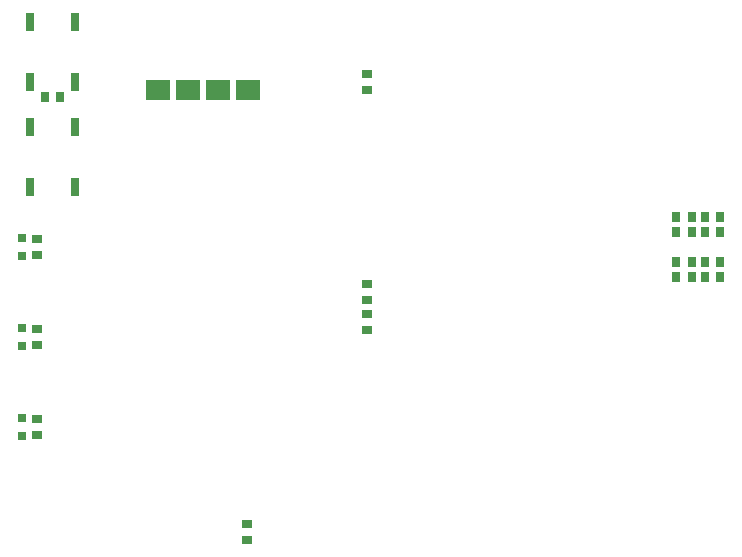
<source format=gbr>
G04 EAGLE Gerber RS-274X export*
G75*
%MOMM*%
%FSLAX34Y34*%
%LPD*%
%INSolderpaste Top*%
%IPPOS*%
%AMOC8*
5,1,8,0,0,1.08239X$1,22.5*%
G01*
%ADD10R,0.900000X0.700000*%
%ADD11R,0.800000X0.800000*%
%ADD12R,0.762000X1.524000*%
%ADD13R,0.700000X0.900000*%
%ADD14R,2.006600X1.701800*%


D10*
X25400Y107800D03*
X25400Y120800D03*
X25400Y184000D03*
X25400Y197000D03*
D11*
X12700Y198000D03*
X12700Y183000D03*
X12700Y121800D03*
X12700Y106800D03*
D12*
X57150Y457200D03*
X57150Y406400D03*
X19050Y457200D03*
X19050Y406400D03*
D10*
X304800Y196700D03*
X304800Y209700D03*
X304800Y222100D03*
X304800Y235100D03*
X25400Y260200D03*
X25400Y273200D03*
D11*
X12700Y274200D03*
X12700Y259200D03*
D13*
X603400Y241300D03*
X590400Y241300D03*
X603400Y292100D03*
X590400Y292100D03*
X590400Y254000D03*
X603400Y254000D03*
X590400Y279400D03*
X603400Y279400D03*
X566270Y254000D03*
X579270Y254000D03*
X566270Y292100D03*
X579270Y292100D03*
D12*
X19050Y317500D03*
X19050Y368300D03*
X57150Y317500D03*
X57150Y368300D03*
D13*
X579270Y279400D03*
X566270Y279400D03*
X579270Y241300D03*
X566270Y241300D03*
D14*
X177927Y399415D03*
X203327Y399415D03*
X152527Y399415D03*
X127127Y399415D03*
D13*
X44600Y393700D03*
X31600Y393700D03*
D10*
X304800Y399900D03*
X304800Y412900D03*
X203200Y18900D03*
X203200Y31900D03*
M02*

</source>
